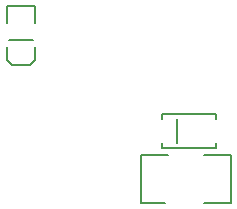
<source format=gbo>
G75*
%MOIN*%
%OFA0B0*%
%FSLAX24Y24*%
%IPPOS*%
%LPD*%
%AMOC8*
5,1,8,0,0,1.08239X$1,22.5*
%
%ADD10C,0.0080*%
%ADD11C,0.0050*%
D10*
X011491Y016387D02*
X013302Y016387D01*
X013302Y016565D01*
X013302Y017352D02*
X013302Y017529D01*
X011491Y017529D01*
X011491Y017352D01*
X011491Y016565D02*
X011491Y016387D01*
X012002Y016565D02*
X012002Y017352D01*
X007269Y019331D02*
X007111Y019174D01*
X006481Y019174D01*
X006324Y019331D01*
X006324Y019765D01*
X006324Y020552D02*
X006324Y021142D01*
X007269Y021142D01*
X007269Y020552D01*
X007269Y019765D02*
X007269Y019331D01*
D11*
X010796Y016158D02*
X010796Y014558D01*
X011596Y014558D01*
X011696Y016158D02*
X010796Y016158D01*
X012896Y016158D02*
X013796Y016158D01*
X013796Y014558D01*
X012896Y014558D01*
X007196Y020008D02*
X006396Y020008D01*
M02*

</source>
